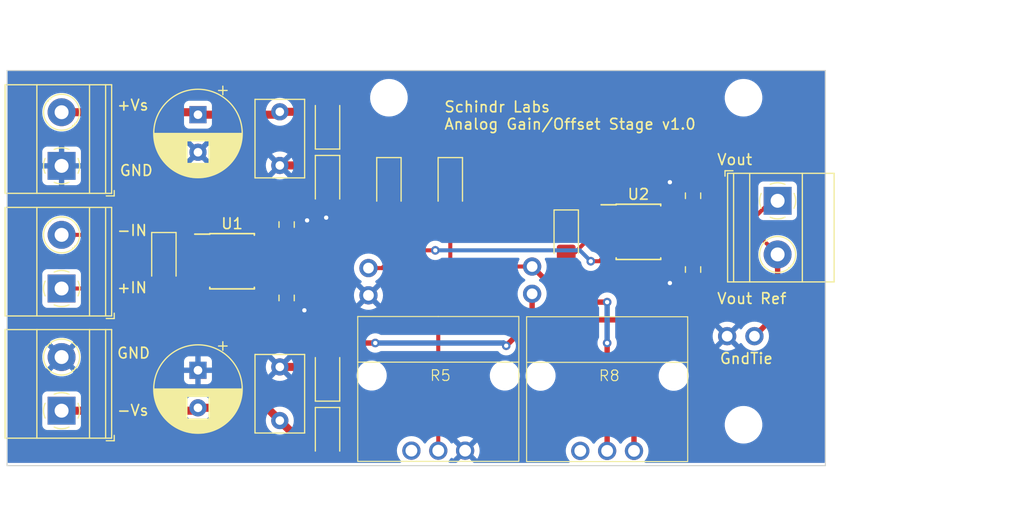
<source format=kicad_pcb>
(kicad_pcb (version 20221018) (generator pcbnew)

  (general
    (thickness 1.6)
  )

  (paper "A4")
  (layers
    (0 "F.Cu" signal)
    (31 "B.Cu" signal)
    (32 "B.Adhes" user "B.Adhesive")
    (33 "F.Adhes" user "F.Adhesive")
    (34 "B.Paste" user)
    (35 "F.Paste" user)
    (36 "B.SilkS" user "B.Silkscreen")
    (37 "F.SilkS" user "F.Silkscreen")
    (38 "B.Mask" user)
    (39 "F.Mask" user)
    (40 "Dwgs.User" user "User.Drawings")
    (41 "Cmts.User" user "User.Comments")
    (42 "Eco1.User" user "User.Eco1")
    (43 "Eco2.User" user "User.Eco2")
    (44 "Edge.Cuts" user)
    (45 "Margin" user)
    (46 "B.CrtYd" user "B.Courtyard")
    (47 "F.CrtYd" user "F.Courtyard")
    (48 "B.Fab" user)
    (49 "F.Fab" user)
    (50 "User.1" user)
    (51 "User.2" user)
    (52 "User.3" user)
    (53 "User.4" user)
    (54 "User.5" user)
    (55 "User.6" user)
    (56 "User.7" user)
    (57 "User.8" user)
    (58 "User.9" user)
  )

  (setup
    (pad_to_mask_clearance 0)
    (pcbplotparams
      (layerselection 0x00010fc_ffffffff)
      (plot_on_all_layers_selection 0x0000000_00000000)
      (disableapertmacros false)
      (usegerberextensions false)
      (usegerberattributes true)
      (usegerberadvancedattributes true)
      (creategerberjobfile true)
      (dashed_line_dash_ratio 12.000000)
      (dashed_line_gap_ratio 3.000000)
      (svgprecision 4)
      (plotframeref false)
      (viasonmask false)
      (mode 1)
      (useauxorigin false)
      (hpglpennumber 1)
      (hpglpenspeed 20)
      (hpglpendiameter 15.000000)
      (dxfpolygonmode true)
      (dxfimperialunits true)
      (dxfusepcbnewfont true)
      (psnegative false)
      (psa4output false)
      (plotreference true)
      (plotvalue true)
      (plotinvisibletext false)
      (sketchpadsonfab false)
      (subtractmaskfromsilk false)
      (outputformat 1)
      (mirror false)
      (drillshape 0)
      (scaleselection 1)
      (outputdirectory "./gerber")
    )
  )

  (net 0 "")
  (net 1 "/+Vs")
  (net 2 "GND")
  (net 3 "/-Vs")
  (net 4 "Net-(D1-K)")
  (net 5 "Net-(D2-K)")
  (net 6 "/+In")
  (net 7 "/-In")
  (net 8 "/Vout")
  (net 9 "/Vout_ref")
  (net 10 "/V+2")
  (net 11 "/V-2")
  (net 12 "Net-(R3-Pad1)")
  (net 13 "Net-(R3-Pad2)")
  (net 14 "Net-(R4-Pad1)")
  (net 15 "Net-(R4-Pad2)")
  (net 16 "unconnected-(R5-Pad1)")
  (net 17 "/Vo1")
  (net 18 "unconnected-(R8-Pad1)")

  (footprint "0_amslib2_kc5:Phoenix_5mm_screwterminal" (layer "F.Cu") (at 186.055 80.725 -90))

  (footprint "0_amslib2_kc5:1206_handsolder_noref" (layer "F.Cu") (at 144.145 78.9575 -90))

  (footprint "0_amslib2_kc5:1206_handsolder_noref" (layer "F.Cu") (at 144.145 73.4425 90))

  (footprint "0_amslib2_kc5:Phoenix_5mm_screwterminal" (layer "F.Cu") (at 119.38 77.47 90))

  (footprint "MountingHole:MountingHole_3mm" (layer "F.Cu") (at 182.88 101.6))

  (footprint "MountingHole:MountingHole_3mm" (layer "F.Cu") (at 182.88 71.12))

  (footprint "0_amslib2_kc5:1206_handsolder_noref" (layer "F.Cu") (at 149.86 79.1575 -90))

  (footprint "0_amslib2_kc5:Phoenix_5mm_screwterminal" (layer "F.Cu") (at 119.38 100.29 90))

  (footprint "0_amslib2_kc5:495-2470-1-ND_1uFFilm" (layer "F.Cu") (at 139.7 96.21 -90))

  (footprint "0_amslib2_kc5:1206_handsolder_noref" (layer "F.Cu") (at 144.145 102.4525 -90))

  (footprint "0_amslib2_kc5:PTV09A_Top" (layer "F.Cu") (at 154.455 104.013))

  (footprint "0_amslib2_kc5:1206_handsolder_noref" (layer "F.Cu") (at 166.37 84.0375 -90))

  (footprint "0_amslib2_kc5:0805_handsolder_noref" (layer "F.Cu") (at 178.181 87.131 -90))

  (footprint "0_amslib2_kc5:1206_handsolder_noref" (layer "F.Cu") (at 144.145 96.9375 90))

  (footprint "0_amslib2_kc5:PTV09A_Top" (layer "F.Cu") (at 170.18 104.033))

  (footprint "0_amslib2_kc5:495-2470-1-ND_1uFFilm" (layer "F.Cu") (at 139.7 72.43 -90))

  (footprint "0_amslib2_kc5:AD8422_8SOIC" (layer "F.Cu") (at 135.255 86.36))

  (footprint "0_amslib2_kc5:Phoenix_5mm_screwterminal" (layer "F.Cu") (at 119.38 88.9 90))

  (footprint "0_amslib2_kc5:0805_handsolder_noref" (layer "F.Cu") (at 140.335 89.78 -90))

  (footprint "Capacitor_THT:CP_Radial_D8.0mm_P3.50mm" (layer "F.Cu") (at 132.08 96.52 -90))

  (footprint "MountingHole:MountingHole_3mm" (layer "F.Cu") (at 149.86 71.12))

  (footprint "0_amslib2_kc5:1x2Jumper" (layer "F.Cu") (at 147.955 86.995 -90))

  (footprint "0_amslib2_kc5:1206_handsolder_noref" (layer "F.Cu") (at 155.575 79.1575 -90))

  (footprint "0_amslib2_kc5:1x2Jumper" (layer "F.Cu") (at 163.195 86.853 -90))

  (footprint "0_amslib2_kc5:0805_handsolder_noref" (layer "F.Cu") (at 140.335 82.94 -90))

  (footprint "0_amslib2_kc5:0805_handsolder_noref" (layer "F.Cu") (at 178.181 80.255 -90))

  (footprint "Capacitor_THT:CP_Radial_D8.0mm_P3.50mm" (layer "F.Cu") (at 132.08 72.7 -90))

  (footprint "0_amslib2_kc5:AD8422_8SOIC" (layer "F.Cu") (at 173.095 83.62))

  (footprint "0_amslib2_kc5:1206_handsolder_noref" (layer "F.Cu") (at 128.905 86.1425 -90))

  (footprint "0_amslib2_kc5:1x2Jumper" (layer "F.Cu") (at 183.896 93.345 180))

  (gr_line (start 114.3 68.58) (end 114.3 69.85)
    (stroke (width 0.1) (type default)) (layer "Edge.Cuts") (tstamp 00d31d03-6561-4fdc-8bdf-08d8428565d7))
  (gr_line (start 114.3 105.41) (end 190.5 105.41)
    (stroke (width 0.1) (type default)) (layer "Edge.Cuts") (tstamp 262491ab-9db3-481f-8d8e-a83cad0fbac9))
  (gr_line (start 190.5 105.41) (end 190.5 68.58)
    (stroke (width 0.1) (type default)) (layer "Edge.Cuts") (tstamp 2e3ca04c-bb7c-4456-9cd8-042c82e19987))
  (gr_line (start 114.3 69.85) (end 114.3 105.41)
    (stroke (width 0.1) (type default)) (layer "Edge.Cuts") (tstamp 4f962c20-444b-4780-ae51-471736992f87))
  (gr_line (start 190.5 68.58) (end 114.3 68.58)
    (stroke (width 0.1) (type default)) (layer "Edge.Cuts") (tstamp 791636ca-c926-46e2-a7fb-1637dbf38771))
  (gr_text "Vout Ref" (at 180.34 90.424) (layer "F.SilkS") (tstamp 1444bafc-d706-4853-b038-3d31c3146cc7)
    (effects (font (size 1 1) (thickness 0.15)) (justify left bottom))
  )
  (gr_text "+IN" (at 124.46 89.408) (layer "F.SilkS") (tstamp 2bbe4b7f-b70f-4700-8e1a-f2340feb6be5)
    (effects (font (size 1 1) (thickness 0.15)) (justify left bottom))
  )
  (gr_text "Schindr Labs\nAnalog Gain/Offset Stage v1.0" (at 154.94 74.168) (layer "F.SilkS") (tstamp 97264e8d-411b-406d-82af-158e0fb374e7)
    (effects (font (size 1 1) (thickness 0.15)) (justify left bottom))
  )
  (gr_text "GND" (at 124.714 78.486) (layer "F.SilkS") (tstamp a388a0b7-574f-412e-a53f-36d1c37f8753)
    (effects (font (size 1 1) (thickness 0.15)) (justify left bottom))
  )
  (gr_text "-Vs" (at 124.46 100.838) (layer "F.SilkS") (tstamp a8f837bc-4aa5-4240-b98b-546cda12acb0)
    (effects (font (size 1 1) (thickness 0.15)) (justify left bottom))
  )
  (gr_text "GndTie" (at 180.594 96.012) (layer "F.SilkS") (tstamp aa54f3ae-51ec-48fa-bf27-086d8cc58575)
    (effects (font (size 1 1) (thickness 0.15)) (justify left bottom))
  )
  (gr_text "GND" (at 124.46 95.504) (layer "F.SilkS") (tstamp be2dbb26-1267-431c-a281-5bd8096cf57d)
    (effects (font (size 1 1) (thickness 0.15)) (justify left bottom))
  )
  (gr_text "+Vs" (at 124.46 72.39) (layer "F.SilkS") (tstamp cf610fbc-5b64-49f3-a7c2-4ee64462f85e)
    (effects (font (size 1 1) (thickness 0.15)) (justify left bottom))
  )
  (gr_text "Vout" (at 180.34 77.47) (layer "F.SilkS") (tstamp da58d924-9228-4cd8-9e15-044626e276c6)
    (effects (font (size 1 1) (thickness 0.15)) (justify left bottom))
  )
  (gr_text "-IN" (at 124.46 84.074) (layer "F.SilkS") (tstamp f32b1561-e147-44a8-9bd5-da4ff37e93ec)
    (effects (font (size 1 1) (thickness 0.15)) (justify left bottom))
  )
  (dimension (type aligned) (layer "Cmts.User") (tstamp 2a36b722-fc7b-488e-8a9f-af578e95a6fe)
    (pts (xy 114.3 106.68) (xy 190.5 106.68))
    (height 3.048)
    (gr_text "3.0000 in" (at 152.4 108.578) (layer "Cmts.User") (tstamp 2a36b722-fc7b-488e-8a9f-af578e95a6fe)
      (effects (font (size 1 1) (thickness 0.15)))
    )
    (format (prefix "") (suffix "") (units 3) (units_format 1) (precision 4))
    (style (thickness 0.15) (arrow_length 1.27) (text_position_mode 0) (extension_height 0.58642) (extension_offset 0.5) keep_text_aligned)
  )
  (dimension (type aligned) (layer "Cmts.User") (tstamp 2ce14a30-1012-4240-9878-493a92dd53bc)
    (pts (xy 190.5 68.58) (xy 190.5 105.41))
    (height -11.684)
    (gr_text "1.4500 in" (at 201.034 86.995 90) (layer "Cmts.User") (tstamp 2ce14a30-1012-4240-9878-493a92dd53bc)
      (effects (font (size 1 1) (thickness 0.15)))
    )
    (format (prefix "") (suffix "") (units 3) (units_format 1) (precision 4))
    (style (thickness 0.15) (arrow_length 1.27) (text_position_mode 0) (extension_height 0.58642) (extension_offset 0.5) keep_text_aligned)
  )
  (dimension (type aligned) (layer "Cmts.User") (tstamp 4dbaa1cc-8e65-4000-8161-f940550b5878)
    (pts (xy 190.5 68.58) (xy 190.5 71.12))
    (height -8.636)
    (gr_text "0.1000 in" (at 197.986 69.85 90) (layer "Cmts.User") (tstamp 4dbaa1cc-8e65-4000-8161-f940550b5878)
      (effects (font (size 1 1) (thickness 0.15)))
    )
    (format (prefix "") (suffix "") (units 3) (units_format 1) (precision 4))
    (style (thickness 0.15) (arrow_length 1.27) (text_position_mode 0) (extension_height 0.58642) (extension_offset 0.5) keep_text_aligned)
  )
  (dimension (type aligned) (layer "Cmts.User") (tstamp 83a4f9a4-5b52-4a20-a79c-6a154c0f5217)
    (pts (xy 149.86 71.12) (xy 182.88 71.12))
    (height -7.112)
    (gr_text "1.3000 in" (at 166.37 62.858) (layer "Cmts.User") (tstamp 83a4f9a4-5b52-4a20-a79c-6a154c0f5217)
      (effects (font (size 1 1) (thickness 0.15)))
    )
    (format (prefix "") (suffix "") (units 3) (units_format 1) (precision 4))
    (style (thickness 0.15) (arrow_length 1.27) (text_position_mode 0) (extension_height 0.58642) (extension_offset 0.5) keep_text_aligned)
  )
  (dimension (type aligned) (layer "Cmts.User") (tstamp 8c8fe36b-e481-45e6-a5f7-7978ceda67c2)
    (pts (xy 182.88 71.12) (xy 182.88 101.6))
    (height -13.208)
    (gr_text "1.2000 in" (at 194.938 86.36 90) (layer "Cmts.User") (tstamp 8c8fe36b-e481-45e6-a5f7-7978ceda67c2)
      (effects (font (size 1 1) (thickness 0.15)))
    )
    (format (prefix "") (suffix "") (units 3) (units_format 1) (precision 4))
    (style (thickness 0.15) (arrow_length 1.27) (text_position_mode 0) (extension_height 0.58642) (extension_offset 0.5) keep_text_aligned)
  )
  (dimension (type aligned) (layer "Cmts.User") (tstamp a1c17fa8-f40a-4386-b66b-976f6b476887)
    (pts (xy 149.86 64.008) (xy 114.3 64.008))
    (height 0)
    (gr_text "1.4000 in" (at 132.08 62.858) (layer "Cmts.User") (tstamp a1c17fa8-f40a-4386-b66b-976f6b476887)
      (effects (font (size 1 1) (thickness 0.15)))
    )
    (format (prefix "") (suffix "") (units 3) (units_format 1) (precision 4))
    (style (thickness 0.15) (arrow_length 1.27) (text_position_mode 0) (extension_height 0.58642) (extension_offset 0.5) keep_text_aligned)
  )
  (dimension (type aligned) (layer "Cmts.User") (tstamp dfb6e357-e782-47f5-96a1-d90ea70d41b4)
    (pts (xy 190.5 68.58) (xy 190.5 101.6))
    (height -14.732)
    (gr_text "1.3000 in" (at 204.082 85.09 90) (layer "Cmts.User") (tstamp dfb6e357-e782-47f5-96a1-d90ea70d41b4)
      (effects (font (size 1 1) (thickness 0.15)))
    )
    (format (prefix "") (suffix "") (units 3) (units_format 1) (precision 4))
    (style (thickness 0.15) (arrow_length 1.27) (text_position_mode 0) (extension_height 0.58642) (extension_offset 0.5) keep_text_aligned)
  )

  (segment (start 138.055 84.455) (end 139.845 84.455) (width 0.5) (layer "F.Cu") (net 1) (tstamp 0c7e9710-b84d-4fd3-a8c1-f34290830403))
  (segment (start 144.853 71.955) (end 148.336 75.438) (width 0.75) (layer "F.Cu") (net 1) (tstamp 1af1534c-a6c0-459f-8cfc-ed8f43e3f3f2))
  (segment (start 143.67 72.43) (end 144.145 71.955) (width 0.75) (layer "F.Cu") (net 1) (tstamp 28385b7d-d008-4b7b-8908-4a0d6a068f91))
  (segment (start 131.85 72.47) (end 132.08 72.7) (width 0.75) (layer "F.Cu") (net 1) (tstamp 29e95835-29b0-49f2-bc84-953bd24e28b2))
  (segment (start 139.845 84.455) (end 140.335 83.965) (width 0.5) (layer "F.Cu") (net 1) (tstamp 3876d36f-fbaf-47b6-9821-6f2069fc05bc))
  (segment (start 119.38 72.47) (end 131.85 72.47) (width 0.75) (layer "F.Cu") (net 1) (tstamp 4a95b0d4-aa84-4f09-8a28-1a63290abea7))
  (segment (start 144.145 71.955) (end 144.853 71.955) (width 0.75) (layer "F.Cu") (net 1) (tstamp 4b2a00ed-1c38-4f3c-b0ac-8d2e765020d4))
  (segment (start 139.7 72.43) (end 143.67 72.43) (width 0.75) (layer "F.Cu") (net 1) (tstamp 6a2cc33b-edf6-4aa3-8777-03840540e434))
  (segment (start 148.336 75.438) (end 153.67 75.438) (width 0.75) (layer "F.Cu") (net 1) (tstamp 7ba1bc14-b860-4475-996d-e8072353206a))
  (segment (start 132.08 72.7) (end 139.43 72.7) (width 0.75) (layer "F.Cu") (net 1) (tstamp 9b1591a4-01c9-4f25-84dc-388cf26858c2))
  (segment (start 155.575 77.343) (end 155.575 77.67) (width 0.75) (layer "F.Cu") (net 1) (tstamp a46d56cc-d507-4a95-97d0-6021a635bb59))
  (segment (start 153.67 75.438) (end 155.575 77.343) (width 0.75) (layer "F.Cu") (net 1) (tstamp b74b8272-e605-4d53-9d47-452038785fbf))
  (segment (start 175.895 81.715) (end 177.746 81.715) (width 0.5) (layer "F.Cu") (net 1) (tstamp ca6850c5-57ab-4001-bee4-405e8c75de6b))
  (segment (start 139.43 72.7) (end 139.7 72.43) (width 0.75) (layer "F.Cu") (net 1) (tstamp d2cea039-29b8-4959-9a20-2cb1484b9ddb))
  (segment (start 177.746 81.715) (end 178.181 81.28) (width 0.5) (layer "F.Cu") (net 1) (tstamp ecd0b40f-bb33-46d7-91ea-c9c063cde9c0))
  (segment (start 176.258 79.23) (end 176.022 78.994) (width 0.5) (layer "F.Cu") (net 2) (tstamp 1f439957-0b23-43f5-8621-b30a2024f513))
  (segment (start 141.859 90.805) (end 141.986 90.932) (width 0.5) (layer "F.Cu") (net 2) (tstamp 21dd6a77-5b05-4a5e-ab68-61f3d90a0c32))
  (segment (start 178.181 88.156) (end 176.258 88.156) (width 0.5) (layer "F.Cu") (net 2) (tstamp 5e6327dc-fbb4-451c-be39-885caa204c61))
  (segment (start 140.335 90.805) (end 141.859 90.805) (width 0.5) (layer "F.Cu") (net 2) (tstamp 6532cadb-b7d4-4360-885f-0edce3f989e5))
  (segment (start 143.385 96.21) (end 144.145 95.45) (width 0.75) (layer "F.Cu") (net 2) (tstamp 6c320d98-0c48-43a8-9a79-f4a92d5d041d))
  (segment (start 144.145 80.445) (end 144.145 82.169) (width 0.75) (layer "F.Cu") (net 2) (tstamp 8908e5a9-64a6-4b7e-8edf-faad22fd6c4b))
  (segment (start 139.7 77.43) (end 141.13 77.43) (width 0.75) (layer "F.Cu") (net 2) (tstamp 992951ec-ab75-4531-830f-8db84dbf9fc6))
  (segment (start 141.13 77.43) (end 144.145 80.445) (width 0.75) (layer "F.Cu") (net 2) (tstamp b9f2dacf-c890-4334-a3f5-71d8379ed455))
  (segment (start 178.181 79.23) (end 176.258 79.23) (width 0.5) (layer "F.Cu") (net 2) (tstamp d9de97bf-3968-4ea8-beb9-6464c41ef60e))
  (segment (start 176.258 88.156) (end 176.022 88.392) (width 0.5) (layer "F.Cu") (net 2) (tstamp d9e11f4e-531e-47e6-9ec9-0e257a5ec7b7))
  (segment (start 141.605 81.915) (end 142.24 82.55) (width 0.5) (layer "F.Cu") (net 2) (tstamp dc1c62ee-9c90-4d6a-8c69-a074d5269696))
  (segment (start 140.335 81.915) (end 141.605 81.915) (width 0.5) (layer "F.Cu") (net 2) (tstamp e6a166c9-8ba1-469b-95f7-59f6684a6ab7))
  (segment (start 144.145 82.169) (end 144.018 82.296) (width 0.75) (layer "F.Cu") (net 2) (tstamp f6c41a5c-6ec8-407c-9083-f3d1737a7d8e))
  (segment (start 139.7 96.21) (end 143.385 96.21) (width 0.75) (layer "F.Cu") (net 2) (tstamp fbc337d2-83df-43de-9de7-55294f2f312f))
  (via (at 144.018 82.296) (size 0.8) (drill 0.4) (layers "F.Cu" "B.Cu") (net 2) (tstamp 2331acc6-f123-40d4-b488-50495d98e375))
  (via (at 142.24 82.55) (size 0.8) (drill 0.4) (layers "F.Cu" "B.Cu") (net 2) (tstamp 5bf4f48e-fbe5-4067-ba38-2751646e819a))
  (via (at 141.986 90.932) (size 0.8) (drill 0.4) (layers "F.Cu" "B.Cu") (net 2) (tstamp 67796861-ac99-48dc-b2ae-f05b3315a788))
  (via (at 176.022 88.392) (size 0.8) (drill 0.4) (layers "F.Cu" "B.Cu") (net 2) (tstamp 8834e8b7-f83d-45f0-8ba7-5e1529d3b0a5))
  (via (at 176.022 78.994) (size 0.8) (drill 0.4) (layers "F.Cu" "B.Cu") (net 2) (tstamp d76123c0-30f1-4962-b655-33721c99bebe))
  (segment (start 143.945 104.14) (end 144.145 103.94) (width 0.75) (layer "F.Cu") (net 3) (tstamp 02383d3f-d1f8-4e31-ad52-84efd0f7d496))
  (segment (start 177.6 85.525) (end 178.181 86.106) (width 0.5) (layer "F.Cu") (net 3) (tstamp 03d88b77-e8db-4edf-bc9e-e4175ba77b1b))
  (segment (start 141.986 104.14) (end 143.945 104.14) (width 0.75) (layer "F.Cu") (net 3) (tstamp 0505b3eb-f8a8-4fe9-a9ce-92cbdfe3a2da))
  (segment (start 145.342 103.94) (end 144.145 103.94) (width 0.5) (layer "F.Cu") (net 3) (tstamp 0526277e-20c9-42e4-9557-5c2fd7703407))
  (segment (start 138.51 100.02) (end 139.7 101.21) (width 0.75) (layer "F.Cu") (net 3) (tstamp 095cbeff-16d4-4cb3-8b75-17b1fb9cd0ae))
  (segment (start 172.847 91.821) (end 172.974 91.948) (width 0.5) (layer "F.Cu") (net 3) (tstamp 0b230729-600b-4ce4-b594-e13ddf478077))
  (segment (start 146.304 93.98) (end 146.304 103.886) (width 0.5) (layer "F.Cu") (net 3) (tstamp 27d4b53b-dd88-4173-8c55-2dcdab89b38b))
  (segment (start 172.847 91.821) (end 172.974 91.694) (width 0.5) (layer "F.Cu") (net 3) (tstamp 2b1c734c-e103-47e3-a29f-6d703336c4bb))
  (segment (start 119.38 100.29) (end 131.81 100.29) (width 0.75) (layer "F.Cu") (net 3) (tstamp 3396a03c-b206-4fb8-b982-fe95bd1a61cf))
  (segment (start 172.974 91.694) (end 178.054 91.694) (width 0.5) (layer "F.Cu") (net 3) (tstamp 450a2c91-7e40-4270-b930-725f7d8e6e94))
  (segment (start 180.086 86.36) (end 179.832 86.106) (width 0.5) (layer "F.Cu") (net 3) (tstamp 4f8aebbe-c0a9-4127-83e0-282276533670))
  (segment (start 179.832 86.106) (end 178.181 86.106) (width 0.5) (layer "F.Cu") (net 3) (tstamp 5532e672-51b2-4d8e-a4ad-4895ae9c1079))
  (segment (start 139.7 101.21) (end 141.986 103.496) (width 0.75) (layer "F.Cu") (net 3) (tstamp 59897bc3-10a7-40ea-beb6-c3fdd4466a58))
  (segment (start 180.086 89.916) (end 180.086 86.36) (width 0.5) (layer "F.Cu") (net 3) (tstamp 70759b63-ee32-4969-8545-4a920ca7b906))
  (segment (start 145.796 104.394) (end 145.342 103.94) (width 0.5) (layer "F.Cu") (net 3) (tstamp 72a834aa-92a6-4301-86c9-be97f218d489))
  (segment (start 175.895 85.525) (end 177.6 85.525) (width 0.5) (layer "F.Cu") (net 3) (tstamp 74dc742d-fbe8-4fa8-98c5-f7731256d9f1))
  (segment (start 140.335 88.755) (end 142.349 88.755) (width 0.5) (layer "F.Cu") (net 3) (tstamp 7fd0ddc0-961d-4fa4-b9e0-76a2b7ba517d))
  (segment (start 172.68 92.242) (end 172.68 104.033) (width 0.5) (layer "F.Cu") (net 3) (tstamp 822a05a1-a6c9-4519-aabd-7b8e4832951d))
  (segment (start 141.986 103.496) (end 141.986 104.14) (width 0.75) (layer "F.Cu") (net 3) (tstamp 86ed5fbe-f166-4968-ab3f-bf234fd2cb9d))
  (segment (start 146.304 92.71) (end 146.304 93.98) (width 0.5) (layer "F.Cu") (net 3) (tstamp 9f401d36-494c-47e7-b203-9757bdea9164))
  (segment (start 172.974 91.948) (end 172.68 92.242) (width 0.5) (layer "F.Cu") (net 3) (tstamp 9fca8720-d786-4bee-84fa-af476f176ed2))
  (segment (start 146.304 93.98) (end 148.59 93.98) (width 0.5) (layer "F.Cu") (net 3) (tstamp a33df332-ca5a-4ff3-831c-5be16cac35f6))
  (segment (start 160.782 94.234) (end 163.195 91.821) (width 0.5) (layer "F.Cu") (net 3) (tstamp a60fc4aa-c358-4fa9-a1e6-2ec1073a1a3d))
  (segment (start 178.054 91.694) (end 179.832 89.916) (width 0.5) (layer "F.Cu") (net 3) (tstamp aa4bec63-6041-45e1-860c-ecbea526ce7d))
  (segment (start 138.055 88.265) (end 139.845 88.265) (width 0.5) (layer "F.Cu") (net 3) (tstamp b64fa9ef-eae0-4341-816d-8247deba4ae9))
  (segment (start 163.195 91.821) (end 163.195 89.393) (width 0.5) (layer "F.Cu") (net 3) (tstamp bc0294c1-2512-4b21-8e60-6783285c1216))
  (segment (start 146.304 103.886) (end 145.796 104.394) (width 0.5) (layer "F.Cu") (net 3) (tstamp bf48c400-8f2e-4cd1-b770-7e9d4b0bc91b))
  (segment (start 142.349 88.755) (end 146.304 92.71) (width 0.5) (layer "F.Cu") (net 3) (tstamp d252349b-4252-4eb0-8171-d1e90258fc05))
  (segment (start 132.08 100.02) (end 138.51 100.02) (width 0.75) (layer "F.Cu") (net 3) (tstamp e0e6f63b-fc7a-4154-aa5f-0b060e556afa))
  (segment (start 179.832 89.916) (end 180.086 89.916) (width 0.5) (layer "F.Cu") (net 3) (tstamp e4fc8251-88c1-40b2-b688-39542cabb856))
  (segment (start 163.195 91.821) (end 172.847 91.821) (width 0.5) (layer "F.Cu") (net 3) (tstamp e72f5160-d7dc-41f2-bc11-430c54a041df))
  (segment (start 139.845 88.265) (end 140.335 88.755) (width 0.5) (layer "F.Cu") (net 3) (tstamp f22abdbc-5b9c-46bf-af22-9906662731c1))
  (segment (start 131.81 100.29) (end 132.08 100.02) (width 0.75) (layer "F.Cu") (net 3) (tstamp f54b9e73-4930-454f-80e0-61aecfed5415))
  (via (at 160.782 94.234) (size 0.8) (drill 0.4) (layers "F.Cu" "B.Cu") (net 3) (tstamp 0903296c-c4d1-4c79-b3a7-505af90e7660))
  (via (at 148.59 93.98) (size 0.8) (drill 0.4) (layers "F.Cu" "B.Cu") (net 3) (tstamp ef73ffeb-69fe-4586-94db-4228c5eeaef9))
  (segment (start 148.59 93.98) (end 160.528 93.98) (width 0.5) (layer "B.Cu") (net 3) (tstamp 529732e9-2198-40f6-811f-506c6ef0b366))
  (segment (start 160.528 93.98) (end 160.782 94.234) (width 0.5) (layer "B.Cu") (net 3) (tstamp c5c94f4d-e6f8-412e-a5db-346c6ae23c37))
  (segment (start 144.145 74.93) (end 144.145 77.47) (width 0.75) (layer "F.Cu") (net 4) (tstamp a73d0e7e-9b46-4dd7-8bcc-b731e6da7789))
  (segment (start 144.145 100.965) (end 144.145 98.425) (width 0.75) (layer "F.Cu") (net 5) (tstamp 3fca27e9-3465-4164-84aa-d5ddfaeb30d3))
  (segment (start 130.302 90.17) (end 132.207 88.265) (width 0.375) (layer "F.Cu") (net 6) (tstamp 3a7cb4e6-6cbe-4e49-987e-3c9451fac2c1))
  (segment (start 126.746 90.17) (end 130.302 90.17) (width 0.375) (layer "F.Cu") (net 6) (tstamp 499555d1-a0e2-494b-b251-decced35337f))
  (segment (start 119.38 88.9) (end 125.476 88.9) (width 0.375) (layer "F.Cu") (net 6) (tstamp 93395256-24e6-4a58-a64a-7b3be1a50722))
  (segment (start 125.476 88.9) (end 126.746 90.17) (width 0.375) (layer "F.Cu") (net 6) (tstamp 9d6240dc-fca9-4fb1-9c0d-edf2e2fe1a43))
  (segment (start 132.207 88.265) (end 132.455 88.265) (width 0.375) (layer "F.Cu") (net 6) (tstamp d9deb903-8e34-4958-93a2-66e0460aa132))
  (segment (start 123.618 83.9) (end 124.714 82.804) (width 0.375) (layer "F.Cu") (net 7) (tstamp 165a998e-8e81-4ef3-a824-39bf23e2fcee))
  (segment (start 119.38 83.9) (end 123.618 83.9) (width 0.375) (layer "F.Cu") (net 7) (tstamp 6e2c53a8-7035-44f4-94dc-2698bc2aa926))
  (segment (start 130.804 82.804) (end 132.455 84.455) (width 0.375) (layer "F.Cu") (net 7) (tstamp 83288734-4f6b-48d6-9333-4d9a88d6c595))
  (segment (start 124.714 82.804) (end 130.804 82.804) (width 0.375) (layer "F.Cu") (net 7) (tstamp f394bc9d-3b32-41e0-b19e-327f2ff17814))
  (segment (start 185.467 80.725) (end 186.055 80.725) (width 0.375) (layer "F.Cu") (net 8) (tstamp 1917f356-7fea-4758-8d72-b2c3e246583d))
  (segment (start 175.895 82.985) (end 183.207 82.985) (width 0.375) (layer "F.Cu") (net 8) (tstamp 3b66ada9-d45f-47c5-9e21-41734028f973))
  (segment (start 183.207 82.985) (end 185.467 80.725) (width 0.375) (layer "F.Cu") (net 8) (tstamp 3d630374-bb36-4566-ad35-77d9e210404f))
  (segment (start 186.055 91.186) (end 183.896 93.345) (width 0.5) (layer "F.Cu") (net 9) (tstamp 04d72d75-cd28-4c5b-881c-5dc99ee28c62))
  (segment (start 175.895 84.255) (end 184.585 84.255) (width 0.375) (layer "F.Cu") (net 9) (tstamp 0c5f21c4-3eee-4530-898a-dea73059a316))
  (segment (start 184.585 84.255) (end 186.055 85.725) (width 0.375) (layer "F.Cu") (net 9) (tstamp 36ea1846-7bd6-4aa9-9852-61580a1720f5))
  (segment (start 186.055 85.725) (end 186.055 91.186) (width 0.5) (layer "F.Cu") (net 9) (tstamp b39105c5-09a1-4462-b7ca-c139a4e37aa8))
  (segment (start 154.432 91.694) (end 154.455 91.717) (width 0.375) (layer "F.Cu") (net 10) (tstamp 10c683b1-70ad-48ca-9092-9657b1ba3dab))
  (segment (start 168.656 86.36) (end 169.46 86.36) (width 0.375) (layer "F.Cu") (net 10) (tstamp 15ef3680-8440-4ac2-bcba-7e7d13c40341))
  (segment (start 153.924 91.44) (end 154.178 91.694) (width 0.375) (layer "F.Cu") (net 10) (tstamp 288aefc8-e338-4b4e-a999-305d82bfc612))
  (segment (start 169.46 86.36) (end 170.295 85.525) (width 0.375) (layer "F.Cu") (net 10) (tstamp 613b510c-595b-4943-98bb-0fad009e2cfb))
  (segment (start 147.955 86.995) (end 149.225 86.995) (width 0.375) (layer "F.Cu") (net 10) (tstamp 6f852740-de97-47e2-be05-d5a851fb776f))
  (segment (start 149.225 86.995) (end 149.479 86.741) (width 0.375) (layer "F.Cu") (net 10) (tstamp 841d84d8-0441-43c1-a1cd-b2ec984201af))
  (segment (start 154.178 91.694) (end 154.432 91.694) (width 0.375) (layer "F.Cu") (net 10) (tstamp 8bda18ad-6224-4ff7-9981-66abad05b198))
  (segment (start 149.479 86.741) (end 149.86 86.36) (width 0.375) (layer "F.Cu") (net 10) (tstamp 98e7371a-9c2e-4170-8745-5750ab755828))
  (segment (start 149.86 85.344) (end 154.178 85.344) (width 0.375) (layer "F.Cu") (net 10) (tstamp a23817f6-b3f3-43f6-890a-c028702923bc))
  (segment (start 149.86 85.344) (end 149.86 80.645) (width 0.375) (layer "F.Cu") (net 10) (tstamp afdb2de4-337f-4f1b-8533-df5b4da65f92))
  (segment (start 153.924 91.186) (end 153.924 91.44) (width 0.375) (layer "F.Cu") (net 10) (tstamp c7e60a5e-8954-4768-8699-c4779523c619))
  (segment (start 149.479 86.741) (end 153.924 91.186) (width 0.375) (layer "F.Cu") (net 10) (tstamp d1159e95-04e3-47cf-b056-f5f33d553a8e))
  (segment (start 149.86 86.36) (end 149.86 85.344) (width 0.375) (layer "F.Cu") (net 10) (tstamp d9a64863-c1bd-4871-a29e-de30270b6c70))
  (segment (start 154.455 91.717) (end 154.455 104.013) (width 0.375) (layer "F.Cu") (net 10) (tstamp ef08fcbc-4bb4-4554-a9bb-b5612896dc45))
  (via (at 154.178 85.344) (size 0.8) (drill 0.4) (layers "F.Cu" "B.Cu") (net 10) (tstamp 61337e7a-1364-4ee2-9ce2-fd67c8a476e5))
  (via (at 168.656 86.36) (size 0.8) (drill 0.4) (layers "F.Cu" "B.Cu") (net 10) (tstamp 92aa7280-a9a4-46c1-9a56-1ab78ea05839))
  (segment (start 167.64 85.344) (end 168.656 86.36) (width 0.375) (layer "B.Cu") (net 10) (tstamp 9171c5c2-32ff-4b2c-8ce1-7f57a4599287))
  (segment (start 154.178 85.344) (end 167.64 85.344) (width 0.375) (layer "B.Cu") (net 10) (tstamp bf2e8b8a-806e-44dc-a8c4-75db6bf2af9a))
  (segment (start 166.512 90.17) (end 163.195 86.853) (width 0.5) (layer "F.Cu") (net 11) (tstamp 075d4d3a-d7fe-445b-9815-485c4dc2c0b3))
  (segment (start 170.18 104.033) (end 170.18 93.98) (width 0.5) (layer "F.Cu") (net 11) (tstamp 19e35849-3c98-47da-92ee-797e99ac88bb))
  (segment (start 170.18 90.17) (end 166.512 90.17) (width 0.5) (layer "F.Cu") (net 11) (tstamp 42d54ba6-32f3-4d94-a29a-5f1aa182cebc))
  (segment (start 155.575 82.55) (end 155.575 86.233) (width 0.375) (layer "F.Cu") (net 11) (tstamp 475a3396-b3a7-4350-800d-5a4e8a36fd7c))
  (segment (start 162.306 82.55) (end 155.575 82.55) (width 0.5) (layer "F.Cu") (net 11) (tstamp 5ec18202-b07b-4a54-b88b-affd1fafd5ec))
  (segment (start 156.195 86.853) (end 163.195 86.853) (width 0.375) (layer "F.Cu") (net 11) (tstamp 62498391-b076-42a7-a886-8fffb5f68805))
  (segment (start 170.295 81.715) (end 169.345 81.715) (width 0.5) (layer "F.Cu") (net 11) (tstamp 7066a535-08f1-43ef-a707-96f8837dac95))
  (segment (start 169.345 81.715) (end 168.148 80.518) (width 0.5) (layer "F.Cu") (net 11) (tstamp 72d8b1b0-342c-42f4-acf4-375829c67f32))
  (segment (start 155.575 86.233) (end 156.195 86.853) (width 0.375) (layer "F.Cu") (net 11) (tstamp 7a62f8f8-d003-4407-8b35-548c1b95bd83))
  (segment (start 168.148 80.518) (end 162.306 80.518) (width 0.5) (layer "F.Cu") (net 11) (tstamp 7cea2a12-7cf1-4fcf-8dc2-62ed43658acf))
  (segment (start 155.575 80.645) (end 155.575 82.55) (width 0.375) (layer "F.Cu") (net 11) (tstamp b7f548d8-745e-4fad-b5ae-18f939f4452e))
  (segment (start 162.306 80.518) (end 162.306 82.55) (width 0.5) (layer "F.Cu") (net 11) (tstamp e3ed0e95-ecc1-429b-b89b-9998747a52e2))
  (via (at 170.18 93.98) (size 0.8) (drill 0.4) (layers "F.Cu" "B.Cu") (net 11) (tstamp 329e0ac2-fd1e-4420-9329-0cb5f5008f4a))
  (via (at 170.18 90.17) (size 0.8) (drill 0.4) (layers "F.Cu" "B.Cu") (net 11) (tstamp ed177093-1bea-4942-a3f1-f65c7f6810ba))
  (segment (start 170.18 93.98) (end 170.18 90.17) (width 0.5) (layer "B.Cu") (net 11) (tstamp 54fbf886-1d29-4173-835a-d0a09baa8adf))
  (segment (start 130.81 85.852) (end 130.937 85.725) (width 0.375) (layer "F.Cu") (net 12) (tstamp 00d1fa23-a401-4782-bef8-cafcf9cabad6))
  (segment (start 128.905 84.655) (end 129.613 84.655) (width 0.375) (layer "F.Cu") (net 12) (tstamp 41cc78fc-84da-432c-8381-eb0b5310f0d1))
  (segment (start 129.613 84.655) (end 130.81 85.852) (width 0.375) (layer "F.Cu") (net 12) (tstamp 8806c70f-edc6-406c-80b2-ce6bcf9f914a))
  (segment (start 130.937 85.725) (end 132.455 85.725) (width 0.375) (layer "F.Cu") (net 12) (tstamp f75fb8b1-0bfc-4f63-8b8c-db113d337ec6))
  (segment (start 130.048 87.63) (end 130.683 86.995) (width 0.375) (layer "F.Cu") (net 13) (tstamp c36b32a5-5d99-4c9a-bf02-802c25f00dff))
  (segment (start 128.905 87.63) (end 130.048 87.63) (width 0.375) (layer "F.Cu") (net 13) (tstamp e316d7d6-44f7-4bef-97eb-310c783ad0fe))
  (segment (start 130.683 86.995) (end 132.455 86.995) (width 0.375) (layer "F.Cu") (net 13) (tstamp f7aac5f8-1ed2-4727-bd31-cb6106bda25f))
  (segment (start 166.37 82.55) (end 166.805 82.985) (width 0.375) (layer "F.Cu") (net 14) (tstamp 38200e12-6e9c-472f-8ac1-8b98cdc37a3a))
  (segment (start 166.805 82.985) (end 170.295 82.985) (width 0.375) (layer "F.Cu") (net 14) (tstamp 8a36714c-5ff6-4b35-a25d-e373cc6abf50))
  (segment (start 168.475 84.255) (end 170.295 84.255) (width 0.375) (layer "F.Cu") (net 15) (tstamp 5b14a597-10d6-4c63-a731-c2fd52ea73cc))
  (segment (start 166.37 85.525) (end 167.205 85.525) (width 0.375) (layer "F.Cu") (net 15) (tstamp 63f029b7-a6ff-4002-a79a-a4c7421c158a))
  (segment (start 167.205 85.525) (end 168.475 84.255) (width 0.375) (layer "F.Cu") (net 15) (tstamp ba0d54ea-ae67-4fa0-913b-30e92bd1d10f))
  (segment (start 149.806 77.724) (end 149.86 77.67) (width 0.375) (layer "F.Cu") (net 17) (tstamp 1332fa82-bf8d-457a-ac8d-e967be12f42d))
  (segment (start 146.05 82.55) (end 146.05 77.978) (width 0.375) (layer "F.Cu") (net 17) (tstamp 418e7f96-dc40-42e0-9f39-3550af953eee))
  (segment (start 146.304 77.724) (end 149.806 77.724) (width 0.375) (layer "F.Cu") (net 17) (tstamp 6eb36e41-09fd-45a3-a67c-64671ae2f113))
  (segment (start 142.875 85.725) (end 146.05 82.55) (width 0.375) (layer "F.Cu") (net 17) (tstamp 8d436633-7cef-4755-9309-7276d5241f51))
  (segment (start 138.055 85.725) (end 142.875 85.725) (width 0.375) (layer "F.Cu") (net 17) (tstamp bcf7c345-a5e9-4b16-b3f8-23418ee3373f))
  (segment (start 146.05 77.978) (end 146.304 77.724) (width 0.375) (layer "F.Cu") (net 17) (tstamp eab6c3a0-5915-4079-9a9a-031faede443b))

  (zone (net 2) (net_name "GND") (layer "B.Cu") (tstamp 00bc17e8-747c-43bf-86a4-736af2165861) (hatch edge 0.5)
    (connect_pads (clearance 0.5))
    (min_thickness 0.25) (filled_areas_thickness no)
    (fill yes (thermal_gap 0.5) (thermal_bridge_width 0.5))
    (polygon
      (pts
        (xy 114.3 68.58)
        (xy 114.3 105.156)
        (xy 190.5 105.156)
        (xy 190.5 68.58)
      )
    )
    (filled_polygon
      (layer "B.Cu")
      (pts
        (xy 190.442539 68.600185)
        (xy 190.488294 68.652989)
        (xy 190.4995 68.7045)
        (xy 190.4995 105.032)
        (xy 190.479815 105.099039)
        (xy 190.427011 105.144794)
        (xy 190.3755 105.156)
        (xy 173.766258 105.156)
        (xy 173.699219 105.136315)
        (xy 173.653464 105.083511)
        (xy 173.64352 105.014353)
        (xy 173.672545 104.950797)
        (xy 173.678577 104.944319)
        (xy 173.678576 104.944319)
        (xy 173.718495 104.904401)
        (xy 173.854035 104.71083)
        (xy 173.953903 104.496663)
        (xy 174.015063 104.268408)
        (xy 174.035659 104.033)
        (xy 174.015063 103.797592)
        (xy 173.953903 103.569337)
        (xy 173.854035 103.355171)
        (xy 173.850765 103.3505)
        (xy 173.718494 103.161597)
        (xy 173.551402 102.994506)
        (xy 173.551395 102.994501)
        (xy 173.357834 102.858967)
        (xy 173.35783 102.858965)
        (xy 173.314938 102.838964)
        (xy 173.143663 102.759097)
        (xy 173.143659 102.759096)
        (xy 173.143655 102.759094)
        (xy 172.915413 102.697938)
        (xy 172.915403 102.697936)
        (xy 172.680001 102.677341)
        (xy 172.679999 102.677341)
        (xy 172.444596 102.697936)
        (xy 172.444586 102.697938)
        (xy 172.216344 102.759094)
        (xy 172.216335 102.759098)
        (xy 172.002171 102.858964)
        (xy 172.002169 102.858965)
        (xy 171.808597 102.994505)
        (xy 171.641508 103.161594)
        (xy 171.531574 103.318596)
        (xy 171.476997 103.362221)
        (xy 171.407498 103.369413)
        (xy 171.345144 103.337891)
        (xy 171.328424 103.318595)
        (xy 171.328236 103.318327)
        (xy 171.279809 103.249166)
        (xy 171.218494 103.161597)
        (xy 171.051402 102.994506)
        (xy 171.051395 102.994501)
        (xy 170.857834 102.858967)
        (xy 170.85783 102.858965)
        (xy 170.814938 102.838964)
        (xy 170.643663 102.759097)
        (xy 170.643659 102.759096)
        (xy 170.643655 102.759094)
        (xy 170.415413 102.697938)
        (xy 170.415403 102.697936)
        (xy 170.180001 102.677341)
        (xy 170.179999 102.677341)
        (xy 169.944596 102.697936)
        (xy 169.944586 102.697938)
        (xy 169.716344 102.759094)
        (xy 169.716335 102.759098)
        (xy 169.502171 102.858964)
        (xy 169.502169 102.858965)
        (xy 169.308597 102.994505)
        (xy 169.141505 103.161597)
        (xy 169.031575 103.318595)
        (xy 168.976998 103.36222)
        (xy 168.9075 103.369414)
        (xy 168.845145 103.337891)
        (xy 168.828425 103.318595)
        (xy 168.718494 103.161597)
        (xy 168.551402 102.994506)
        (xy 168.551395 102.994501)
        (xy 168.357834 102.858967)
        (xy 168.35783 102.858965)
        (xy 168.314938 102.838964)
        (xy 168.143663 102.759097)
        (xy 168.143659 102.759096)
        (xy 168.143655 102.759094)
        (xy 167.915413 102.697938)
        (xy 167.915403 102.697936)
        (xy 167.680001 102.677341)
        (xy 167.679999 102.677341)
        (xy 167.444596 102.697936)
        (xy 167.444586 102.697938)
        (xy 167.216344 102.759094)
        (xy 167.216335 102.759098)
        (xy 167.002171 102.858964)
        (xy 167.002169 102.858965)
        (xy 166.808597 102.994505)
        (xy 166.641505 103.161597)
        (xy 166.505965 103.355169)
        (xy 166.505964 103.355171)
        (xy 166.406098 103.569335)
        (xy 166.406094 103.569344)
        (xy 166.344938 103.797586)
        (xy 166.344936 103.797596)
        (xy 166.324341 104.032999)
        (xy 166.324341 104.033)
        (xy 166.344936 104.268403)
        (xy 166.344938 104.268413)
        (xy 166.406094 104.496655)
        (xy 166.406096 104.496659)
        (xy 166.406097 104.496663)
        (xy 166.420674 104.527923)
        (xy 166.505965 104.71083)
        (xy 166.505967 104.710834)
        (xy 166.531575 104.747405)
        (xy 166.641501 104.904396)
        (xy 166.641506 104.904402)
        (xy 166.681423 104.944319)
        (xy 166.714908 105.005642)
        (xy 166.709924 105.075334)
        (xy 166.668052 105.131267)
        (xy 166.602588 105.155684)
        (xy 166.593742 105.156)
        (xy 157.795809 105.156)
        (xy 157.72877 105.136315)
        (xy 157.708128 105.119681)
        (xy 157.248165 104.659718)
        (xy 157.21468 104.598395)
        (xy 157.219664 104.528703)
        (xy 157.257588 104.475853)
        (xy 157.360739 104.391934)
        (xy 157.411052 104.320655)
        (xy 157.465793 104.277239)
        (xy 157.535318 104.27031)
        (xy 157.597553 104.302068)
        (xy 157.600037 104.304484)
        (xy 158.069925 104.774373)
        (xy 158.069926 104.774373)
        (xy 158.128598 104.690582)
        (xy 158.1286 104.690578)
        (xy 158.228429 104.476492)
        (xy 158.228433 104.476483)
        (xy 158.289567 104.248326)
        (xy 158.289569 104.248315)
        (xy 158.310157 104.013001)
        (xy 158.310157 104.012998)
        (xy 158.289569 103.777684)
        (xy 158.289567 103.777673)
        (xy 158.228433 103.549516)
        (xy 158.228429 103.549507)
        (xy 158.1286 103.335423)
        (xy 158.128599 103.335421)
        (xy 158.069925 103.251626)
        (xy 158.069925 103.251625)
        (xy 157.603517 103.718034)
        (xy 157.542194 103.751519)
        (xy 157.472502 103.746535)
        (xy 157.416569 103.704663)
        (xy 157.413486 103.69975)
        (xy 157.413451 103.699775)
        (xy 157.408558 103.692843)
        (xy 157.353661 103.634064)
        (xy 157.305362 103.582348)
        (xy 157.283978 103.569344)
        (xy 157.2703 103.561026)
        (xy 157.223248 103.509374)
        (xy 157.211591 103.440484)
        (xy 157.239029 103.376227)
        (xy 157.247048 103.367397)
        (xy 157.716373 102.898073)
        (xy 157.716373 102.898072)
        (xy 157.632583 102.839402)
        (xy 157.632579 102.8394)
        (xy 157.418492 102.73957)
        (xy 157.418483 102.739566)
        (xy 157.190326 102.678432)
        (xy 157.190315 102.67843)
        (xy 156.955002 102.657843)
        (xy 156.954998 102.657843)
        (xy 156.719684 102.67843)
        (xy 156.719673 102.678432)
        (xy 156.491516 102.739566)
        (xy 156.491507 102.73957)
        (xy 156.277419 102.839401)
        (xy 156.193625 102.898072)
        (xy 156.661833 103.36628)
        (xy 156.695318 103.427603)
        (xy 156.690334 103.497295)
        (xy 156.652408 103.550148)
        (xy 156.549262 103.634064)
        (xy 156.549258 103.634069)
        (xy 156.498947 103.705343)
        (xy 156.444204 103.74876)
        (xy 156.374679 103.755689)
        (xy 156.312444 103.72393)
        (xy 156.309962 103.721515)
        (xy 155.840072 103.251625)
        (xy 155.840071 103.251626)
        (xy 155.806879 103.299031)
        (xy 155.752302 103.342656)
        (xy 155.682804 103.34985)
        (xy 155.620449 103.318327)
        (xy 155.603732 103.299034)
        (xy 155.493495 103.141599)
        (xy 155.326401 102.974505)
        (xy 155.217245 102.898073)
        (xy 155.132834 102.838967)
        (xy 155.13283 102.838965)
        (xy 155.132828 102.838964)
        (xy 154.918663 102.739097)
        (xy 154.918659 102.739096)
        (xy 154.918655 102.739094)
        (xy 154.690413 102.677938)
        (xy 154.690403 102.677936)
        (xy 154.455001 102.657341)
        (xy 154.454999 102.657341)
        (xy 154.219596 102.677936)
        (xy 154.219586 102.677938)
        (xy 153.991344 102.739094)
        (xy 153.991335 102.739098)
        (xy 153.777171 102.838964)
        (xy 153.777169 102.838965)
        (xy 153.583597 102.974505)
        (xy 153.416505 103.141597)
        (xy 153.306575 103.298595)
        (xy 153.251998 103.34222)
        (xy 153.1825 103.349414)
        (xy 153.120145 103.317891)
        (xy 153.103425 103.298595)
        (xy 152.993494 103.141597)
        (xy 152.826402 102.974506)
        (xy 152.826395 102.974501)
        (xy 152.632834 102.838967)
        (xy 152.63283 102.838965)
        (xy 152.632828 102.838964)
        (xy 152.418663 102.739097)
        (xy 152.418659 102.739096)
        (xy 152.418655 102.739094)
        (xy 152.190413 102.677938)
        (xy 152.190403 102.677936)
        (xy 151.955001 102.657341)
        (xy 151.954999 102.657341)
        (xy 151.719596 102.677936)
        (xy 151.719586 102.677938)
        (xy 151.491344 102.739094)
        (xy 151.491335 102.739098)
        (xy 151.277171 102.838964)
        (xy 151.277169 102.838965)
        (xy 151.083597 102.974505)
        (xy 150.916505 103.141597)
        (xy 150.780965 103.335169)
        (xy 150.780964 103.335171)
        (xy 150.681098 103.549335)
        (xy 150.681094 103.549344)
        (xy 150.619938 103.777586)
        (xy 150.619936 103.777596)
        (xy 150.599341 104.012999)
        (xy 150.599341 104.013)
        (xy 150.619936 104.248403)
        (xy 150.619938 104.248413)
        (xy 150.681094 104.476655)
        (xy 150.681096 104.476659)
        (xy 150.681097 104.476663)
        (xy 150.721357 104.563)
        (xy 150.780965 104.69083)
        (xy 150.780967 104.690834)
        (xy 150.820579 104.747405)
        (xy 150.916501 104.884396)
        (xy 150.916506 104.884402)
        (xy 150.976423 104.944319)
        (xy 151.009908 105.005642)
        (xy 151.004924 105.075334)
        (xy 150.963052 105.131267)
        (xy 150.897588 105.155684)
        (xy 150.888742 105.156)
        (xy 114.4245 105.156)
        (xy 114.357461 105.136315)
        (xy 114.311706 105.083511)
        (xy 114.3005 105.032)
        (xy 114.3005 101.63787)
        (xy 117.5795 101.63787)
        (xy 117.579501 101.637876)
        (xy 117.585908 101.697483)
        (xy 117.636202 101.832328)
        (xy 117.636206 101.832335)
        (xy 117.722452 101.947544)
        (xy 117.722455 101.947547)
        (xy 117.837664 102.033793)
        (xy 117.837671 102.033797)
        (xy 117.972517 102.084091)
        (xy 117.972516 102.084091)
        (xy 117.979444 102.084835)
        (xy 118.032127 102.0905)
        (xy 120.727872 102.090499)
        (xy 120.787483 102.084091)
        (xy 120.922331 102.033796)
        (xy 121.037546 101.947546)
        (xy 121.123796 101.832331)
        (xy 121.174091 101.697483)
        (xy 121.1805 101.637873)
        (xy 121.180499 100.020001)
        (xy 130.774532 100.020001)
        (xy 130.794364 100.246686)
        (xy 130.794366 100.246697)
        (xy 130.853258 100.466488)
        (xy 130.853261 100.466497)
        (xy 130.949431 100.672732)
        (xy 130.949432 100.672734)
        (xy 131.079954 100.859141)
        (xy 131.240858 101.020045)
        (xy 131.240861 101.020047)
        (xy 131.427266 101.150568)
        (xy 131.633504 101.246739)
        (xy 131.853308 101.305635)
        (xy 132.01523 101.319801)
        (xy 132.079998 101.325468)
        (xy 132.08 101.325468)
        (xy 132.080002 101.325468)
        (xy 132.136673 101.320509)
        (xy 132.306692 101.305635)
        (xy 132.526496 101.246739)
        (xy 132.60528 101.210001)
        (xy 138.394532 101.210001)
        (xy 138.414364 101.436686)
        (xy 138.414366 101.436697)
        (xy 138.473258 101.656488)
        (xy 138.473261 101.656497)
        (xy 138.569431 101.862732)
        (xy 138.569432 101.862734)
        (xy 138.699954 102.049141)
        (xy 138.860858 102.210045)
        (xy 138.860861 102.210047)
        (xy 139.047266 102.340568)
        (xy 139.253504 102.436739)
        (xy 139.473308 102.495635)
        (xy 139.63523 102.509801)
        (xy 139.699998 102.515468)
        (xy 139.7 102.515468)
        (xy 139.700002 102.515468)
        (xy 139.756673 102.510509)
        (xy 139.926692 102.495635)
        (xy 140.146496 102.436739)
        (xy 140.352734 102.340568)
        (xy 140.539139 102.210047)
        (xy 140.700047 102.049139)
        (xy 140.830568 101.862734)
        (xy 140.89191 101.731187)
        (xy 181.1295 101.731187)
        (xy 181.149328 101.862732)
        (xy 181.168604 101.990615)
        (xy 181.168605 101.990617)
        (xy 181.168606 101.990623)
        (xy 181.245938 102.241326)
        (xy 181.359767 102.477696)
        (xy 181.359768 102.477697)
        (xy 181.35977 102.4777)
        (xy 181.359772 102.477704)
        (xy 181.496288 102.677936)
        (xy 181.507567 102.694479)
        (xy 181.686014 102.886801)
        (xy 181.686018 102.886804)
        (xy 181.686019 102.886805)
        (xy 181.891143 103.050386)
        (xy 182.118357 103.181568)
        (xy 182.362584 103.27742)
        (xy 182.61837 103.335802)
        (xy 182.618376 103.335802)
        (xy 182.618379 103.335803)
        (xy 182.8145 103.3505)
        (xy 182.814506 103.3505)
        (xy 182.9455 103.3505)
        (xy 183.14162 103.335803)
        (xy 183.141622 103.335802)
        (xy 183.14163 103.335802)
        (xy 183.397416 103.27742)
        (xy 183.641643 103.181568)
        (xy 183.868857 103.050386)
        (xy 184.073981 102.886805)
        (xy 184.252433 102.694479)
        (xy 184.400228 102.477704)
        (xy 184.514063 102.241323)
        (xy 184.591396 101.990615)
        (xy 184.6305 101.731182)
        (xy 184.6305 101.468818)
        (xy 184.591396 101.209385)
        (xy 184.514063 100.958677)
        (xy 184.466128 100.859139)
        (xy 184.400232 100.722303)
        (xy 184.400231 100.722302)
        (xy 184.40023 100.722301)
        (xy 184.400228 100.722296)
        (xy 184.252433 100.505521)
        (xy 184.216216 100.466488)
        (xy 184.073985 100.313198)
        (xy 183.990
... [83188 chars truncated]
</source>
